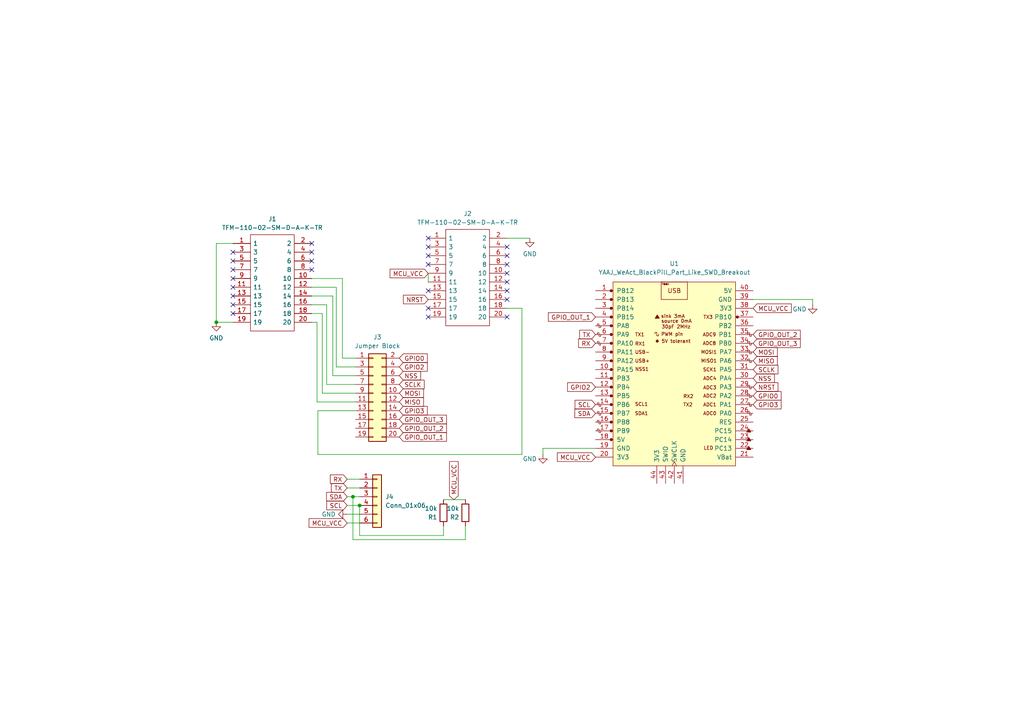
<source format=kicad_sch>
(kicad_sch (version 20211123) (generator eeschema)
  (paper "A4")
  (lib_symbols
    (symbol "Connector_Generic:Conn_01x06" (pin_names (offset 1.016) hide)
      (property "Reference" "J" (at 0 7.62 0))
      (property "Value" "Conn_01x06" (at 0 -10.16 0))
      (symbol "Conn_01x06_1_1"
        (rectangle (start -1.27 -7.493) (end 0 -7.747) (stroke (width 0.1524)))
        (rectangle (start -1.27 -4.953) (end 0 -5.207) (stroke (width 0.1524)))
        (rectangle (start -1.27 -2.413) (end 0 -2.667) (stroke (width 0.1524)))
        (rectangle (start -1.27 0.127) (end 0 -0.127) (stroke (width 0.1524)))
        (rectangle (start -1.27 2.667) (end 0 2.413) (stroke (width 0.1524)))
        (rectangle (start -1.27 5.207) (end 0 4.953) (stroke (width 0.1524)))
        (rectangle (start -1.27 6.35) (end 1.27 -8.89) (stroke (width 0.254)) (fill (type background)))
        (pin passive line (at -5.08 5.08 0) (length 3.81) (name "Pin_1") (number "1"))
        (pin passive line (at -5.08 2.54 0) (length 3.81) (name "Pin_2") (number "2"))
        (pin passive line (at -5.08 0 0) (length 3.81) (name "Pin_3") (number "3"))
        (pin passive line (at -5.08 -2.54 0) (length 3.81) (name "Pin_4") (number "4"))
        (pin passive line (at -5.08 -5.08 0) (length 3.81) (name "Pin_5") (number "5"))
        (pin passive line (at -5.08 -7.62 0) (length 3.81) (name "Pin_6") (number "6"))
      )
    )
    (symbol "Connector_Generic:Conn_02x10_Odd_Even" (pin_names (offset 1.016) hide)
      (property "Reference" "J" (at 1.27 12.7 0))
      (property "Value" "Conn_02x10_Odd_Even" (at 1.27 -15.24 0))
      (symbol "Conn_02x10_Odd_Even_1_1"
        (rectangle (start -1.27 -12.573) (end 0 -12.827) (stroke (width 0.1524)))
        (rectangle (start -1.27 -10.033) (end 0 -10.287) (stroke (width 0.1524)))
        (rectangle (start -1.27 -7.493) (end 0 -7.747) (stroke (width 0.1524)))
        (rectangle (start -1.27 -4.953) (end 0 -5.207) (stroke (width 0.1524)))
        (rectangle (start -1.27 -2.413) (end 0 -2.667) (stroke (width 0.1524)))
        (rectangle (start -1.27 0.127) (end 0 -0.127) (stroke (width 0.1524)))
        (rectangle (start -1.27 2.667) (end 0 2.413) (stroke (width 0.1524)))
        (rectangle (start -1.27 5.207) (end 0 4.953) (stroke (width 0.1524)))
        (rectangle (start -1.27 7.747) (end 0 7.493) (stroke (width 0.1524)))
        (rectangle (start -1.27 10.287) (end 0 10.033) (stroke (width 0.1524)))
        (rectangle (start -1.27 11.43) (end 3.81 -13.97) (stroke (width 0.254)) (fill (type background)))
        (rectangle (start 3.81 -12.573) (end 2.54 -12.827) (stroke (width 0.1524)))
        (rectangle (start 3.81 -10.033) (end 2.54 -10.287) (stroke (width 0.1524)))
        (rectangle (start 3.81 -7.493) (end 2.54 -7.747) (stroke (width 0.1524)))
        (rectangle (start 3.81 -4.953) (end 2.54 -5.207) (stroke (width 0.1524)))
        (rectangle (start 3.81 -2.413) (end 2.54 -2.667) (stroke (width 0.1524)))
        (rectangle (start 3.81 0.127) (end 2.54 -0.127) (stroke (width 0.1524)))
        (rectangle (start 3.81 2.667) (end 2.54 2.413) (stroke (width 0.1524)))
        (rectangle (start 3.81 5.207) (end 2.54 4.953) (stroke (width 0.1524)))
        (rectangle (start 3.81 7.747) (end 2.54 7.493) (stroke (width 0.1524)))
        (rectangle (start 3.81 10.287) (end 2.54 10.033) (stroke (width 0.1524)))
        (pin passive line (at -5.08 10.16 0) (length 3.81) (name "Pin_1") (number "1"))
        (pin passive line (at 7.62 0 180) (length 3.81) (name "Pin_10") (number "10"))
        (pin passive line (at -5.08 -2.54 0) (length 3.81) (name "Pin_11") (number "11"))
        (pin passive line (at 7.62 -2.54 180) (length 3.81) (name "Pin_12") (number "12"))
        (pin passive line (at -5.08 -5.08 0) (length 3.81) (name "Pin_13") (number "13"))
        (pin passive line (at 7.62 -5.08 180) (length 3.81) (name "Pin_14") (number "14"))
        (pin passive line (at -5.08 -7.62 0) (length 3.81) (name "Pin_15") (number "15"))
        (pin passive line (at 7.62 -7.62 180) (length 3.81) (name "Pin_16") (number "16"))
        (pin passive line (at -5.08 -10.16 0) (length 3.81) (name "Pin_17") (number "17"))
        (pin passive line (at 7.62 -10.16 180) (length 3.81) (name "Pin_18") (number "18"))
        (pin passive line (at -5.08 -12.7 0) (length 3.81) (name "Pin_19") (number "19"))
        (pin passive line (at 7.62 10.16 180) (length 3.81) (name "Pin_2") (number "2"))
        (pin passive line (at 7.62 -12.7 180) (length 3.81) (name "Pin_20") (number "20"))
        (pin passive line (at -5.08 7.62 0) (length 3.81) (name "Pin_3") (number "3"))
        (pin passive line (at 7.62 7.62 180) (length 3.81) (name "Pin_4") (number "4"))
        (pin passive line (at -5.08 5.08 0) (length 3.81) (name "Pin_5") (number "5"))
        (pin passive line (at 7.62 5.08 180) (length 3.81) (name "Pin_6") (number "6"))
        (pin passive line (at -5.08 2.54 0) (length 3.81) (name "Pin_7") (number "7"))
        (pin passive line (at 7.62 2.54 180) (length 3.81) (name "Pin_8") (number "8"))
        (pin passive line (at -5.08 0 0) (length 3.81) (name "Pin_9") (number "9"))
      )
    )
    (symbol "Device:R" (pin_numbers hide) (pin_names (offset 0))
      (property "Reference" "R" (at 2.032 0 90))
      (property "Value" "R" (at 0 0 90))
      (symbol "R_0_1"
        (rectangle (start -1.016 -2.54) (end 1.016 2.54) (stroke (width 0.254)))
      )
      (symbol "R_1_1"
        (pin passive line (at 0 3.81 270) (length 1.27) (name "~") (number "1"))
        (pin passive line (at 0 -3.81 90) (length 1.27) (name "~") (number "2"))
      )
    )
    (symbol "SamacSys_Parts:TFM-110-02-SM-D-A-K-TR" (pin_names (offset 0.762))
      (property "Reference" "J" (at 19.05 7.62 0))
      (property "Value" "TFM-110-02-SM-D-A-K-TR" (at 19.05 5.08 0))
      (symbol "TFM-110-02-SM-D-A-K-TR_0_0"
        (pin passive line (at 0 0 0) (length 5.08) (name "1") (number "1"))
        (pin passive line (at 22.86 -10.16 180) (length 5.08) (name "10") (number "10"))
        (pin passive line (at 0 -12.7 0) (length 5.08) (name "11") (number "11"))
        (pin passive line (at 22.86 -12.7 180) (length 5.08) (name "12") (number "12"))
        (pin passive line (at 0 -15.24 0) (length 5.08) (name "13") (number "13"))
        (pin passive line (at 22.86 -15.24 180) (length 5.08) (name "14") (number "14"))
        (pin passive line (at 0 -17.78 0) (length 5.08) (name "15") (number "15"))
        (pin passive line (at 22.86 -17.78 180) (length 5.08) (name "16") (number "16"))
        (pin passive line (at 0 -20.32 0) (length 5.08) (name "17") (number "17"))
        (pin passive line (at 22.86 -20.32 180) (length 5.08) (name "18") (number "18"))
        (pin passive line (at 0 -22.86 0) (length 5.08) (name "19") (number "19"))
        (pin passive line (at 22.86 0 180) (length 5.08) (name "2") (number "2"))
        (pin passive line (at 22.86 -22.86 180) (length 5.08) (name "20") (number "20"))
        (pin passive line (at 0 -2.54 0) (length 5.08) (name "3") (number "3"))
        (pin passive line (at 22.86 -2.54 180) (length 5.08) (name "4") (number "4"))
        (pin passive line (at 0 -5.08 0) (length 5.08) (name "5") (number "5"))
        (pin passive line (at 22.86 -5.08 180) (length 5.08) (name "6") (number "6"))
        (pin passive line (at 0 -7.62 0) (length 5.08) (name "7") (number "7"))
        (pin passive line (at 22.86 -7.62 180) (length 5.08) (name "8") (number "8"))
        (pin passive line (at 0 -10.16 0) (length 5.08) (name "9") (number "9"))
      )
      (symbol "TFM-110-02-SM-D-A-K-TR_0_1"
        (polyline (pts (xy 5.08 2.54) (xy 17.78 2.54) (xy 17.78 -25.4) (xy 5.08 -25.4) (xy 5.08 2.54)) (stroke (width 0.1524)))
      )
    )
    (symbol "YAAJ_WeAct_BlackPill_Part_Like_SWD_Breakout:YAAJ_WeAct_BlackPill_Part_Like_SWD_Breakout" (pin_names (offset 1.016))
      (property "Reference" "U" (at -17.526 27.94 0))
      (property "Value" "YAAJ_WeAct_BlackPill_Part_Like_SWD_Breakout" (at 9.144 27.94 0))
      (symbol "YAAJ_WeAct_BlackPill_Part_Like_SWD_Breakout_0_0"
        (circle (center -18.288 -20.32) (radius 0.3556) (fill (type outline)))
        (circle (center -18.288 -17.78) (radius 0.3556) (fill (type outline)))
        (circle (center -18.288 -15.24) (radius 0.3556) (fill (type outline)))
        (circle (center -18.288 -12.7) (radius 0.3556) (fill (type outline)))
        (circle (center -18.288 -10.16) (radius 0.3556) (fill (type outline)))
        (circle (center -18.288 -7.62) (radius 0.3556) (fill (type outline)))
        (circle (center -18.288 -5.08) (radius 0.3556) (fill (type outline)))
        (circle (center -18.288 -2.54) (radius 0.3556) (fill (type outline)))
        (circle (center -18.288 0) (radius 0.3556) (fill (type outline)))
        (circle (center -18.288 2.54) (radius 0.3556) (fill (type outline)))
        (circle (center -18.288 5.08) (radius 0.3556) (fill (type outline)))
        (circle (center -18.288 7.62) (radius 0.3556) (fill (type outline)))
        (circle (center -18.288 10.16) (radius 0.3556) (fill (type outline)))
        (circle (center -18.288 12.7) (radius 0.3556) (fill (type outline)))
        (circle (center -18.288 15.24) (radius 0.3556) (fill (type outline)))
        (circle (center -18.288 17.78) (radius 0.3556) (fill (type outline)))
        (circle (center -18.288 22.86) (radius 0.3556) (fill (type outline)))
        (circle (center -4.953 8.255) (radius 0.127) (fill (type outline)))
        (circle (center -4.953 8.255) (radius 0.254))
        (circle (center -4.953 8.255) (radius 0.3556))
        (polyline (pts (xy -5.588 14.859) (xy -4.953 15.875) (xy -4.318 14.859) (xy -5.588 14.859) (xy -4.953 15.748) (xy -4.445 14.859) (xy -5.461 14.986) (xy -4.953 15.621) (xy -4.572 14.859) (xy -5.334 15.113) (xy -4.826 15.494) (xy -4.699 14.859) (xy -5.207 15.24) (xy -4.699 15.367) (xy -4.826 14.986) (xy -5.08 15.24) (xy -4.826 15.113) (xy -4.953 15.367)))
        (polyline (pts (xy 20.955 -23.241) (xy 21.59 -22.225) (xy 22.225 -23.241) (xy 20.955 -23.241) (xy 21.59 -22.352) (xy 22.098 -23.241) (xy 21.082 -23.114) (xy 21.59 -22.479) (xy 21.971 -23.241) (xy 21.209 -22.987) (xy 21.717 -22.606) (xy 21.844 -23.241) (xy 21.336 -22.86) (xy 21.844 -22.733) (xy 21.717 -23.114) (xy 21.463 -22.86) (xy 21.717 -22.987) (xy 21.59 -22.733)))
        (polyline (pts (xy 20.955 -20.701) (xy 21.59 -19.685) (xy 22.225 -20.701) (xy 20.955 -20.701) (xy 21.59 -19.812) (xy 22.098 -20.701) (xy 21.082 -20.574) (xy 21.59 -19.939) (xy 21.971 -20.701) (xy 21.209 -20.447) (xy 21.717 -20.066) (xy 21.844 -20.701) (xy 21.336 -20.32) (xy 21.844 -20.193) (xy 21.717 -20.574) (xy 21.463 -20.32) (xy 21.717 -20.447) (xy 21.59 -20.193)))
        (polyline (pts (xy 20.955 -18.161) (xy 21.59 -17.145) (xy 22.225 -18.161) (xy 20.955 -18.161) (xy 21.59 -17.272) (xy 22.098 -18.161) (xy 21.082 -18.034) (xy 21.59 -17.399) (xy 21.971 -18.161) (xy 21.209 -17.907) (xy 21.717 -17.526) (xy 21.844 -18.161) (xy 21.336 -17.78) (xy 21.844 -17.653) (xy 21.717 -18.034) (xy 21.463 -17.78) (xy 21.717 -17.907) (xy 21.59 -17.653)))
        (circle (center 18.288 15.24) (radius 0.254) (fill (type outline)))
        (circle (center 18.288 15.24) (radius 0.3556))
        (text "30pF 2MHz" (at 0.508 12.446 0) (effects (font (size 0.9906 0.9906))))
        (text "5V tolerant" (at 0.508 8.255 0) (effects (font (size 0.9906 0.9906))))
        (text "ADC0" (at 10.287 -12.7 0) (effects (font (size 0.9906 0.9906))))
        (text "ADC1" (at 10.287 -10.16 0) (effects (font (size 0.9906 0.9906))))
        (text "ADC2" (at 10.287 -7.62 0) (effects (font (size 0.9906 0.9906))))
        (text "ADC3" (at 10.287 -5.207 0) (effects (font (size 0.9906 0.9906))))
        (text "ADC4" (at 10.287 -2.54 0) (effects (font (size 0.9906 0.9906))))
        (text "ADC8" (at 10.16 7.62 0) (effects (font (size 0.9906 0.9906))))
        (text "ADC9" (at 10.16 10.16 0) (effects (font (size 0.9906 0.9906))))
        (text "LED" (at 9.906 -22.733 0) (effects (font (size 0.9906 0.9906))))
        (text "MISO1" (at 10.033 2.54 0) (effects (font (size 0.9906 0.9906))))
        (text "MOSI1" (at 10.033 5.08 0) (effects (font (size 0.9906 0.9906))))
        (text "NSS1" (at -9.398 0.127 0) (effects (font (size 0.9906 0.9906))))
        (text "PWM pin" (at -0.635 10.287 0) (effects (font (size 0.9906 0.9906))))
        (text "RX1" (at -9.906 7.493 0) (effects (font (size 0.9906 0.9906))))
        (text "RX2" (at 4.064 -7.747 0) (effects (font (size 0.9906 0.9906))))
        (text "SCK1" (at 10.287 0 0) (effects (font (size 0.9906 0.9906))))
        (text "SCL1" (at -9.525 -10.033 0) (effects (font (size 0.9906 0.9906))))
        (text "SDA1" (at -9.525 -12.7 0) (effects (font (size 0.9906 0.9906))))
        (text "sink 3mA" (at -0.381 15.494 0) (effects (font (size 0.9906 0.9906))))
        (text "source 0mA" (at 0.635 14.097 0) (effects (font (size 0.9906 0.9906))))
        (text "TX1" (at -10.033 10.16 0) (effects (font (size 0.9906 0.9906))))
        (text "TX2" (at 3.937 -10.16 0) (effects (font (size 0.9906 0.9906))))
        (text "TX3" (at 9.779 15.24 0) (effects (font (size 0.9906 0.9906))))
        (text "USB" (at 0 22.86 0) (effects (font (size 1.27 1.27))))
        (text "USB+" (at -9.271 2.54 0) (effects (font (size 0.9906 0.9906))))
        (text "USB-" (at -9.271 5.08 0) (effects (font (size 0.9906 0.9906))))
        (text "Y@@J" (at -2.5654 24.8412 0) (effects (font (size 0.508 0.508))))
      )
      (symbol "YAAJ_WeAct_BlackPill_Part_Like_SWD_Breakout_0_1"
        (rectangle (start -17.78 25.4) (end 17.78 -27.94) (fill (type background)))
        (polyline (pts (xy -21.336 -17.78) (xy -21.336 -18.288) (xy -21.844 -18.288) (xy -21.844 -17.272) (xy -22.352 -17.272) (xy -22.352 -17.78)))
        (polyline (pts (xy -21.336 -15.24) (xy -21.336 -15.748) (xy -21.844 -15.748) (xy -21.844 -14.732) (xy -22.352 -14.732) (xy -22.352 -15.24)))
        (polyline (pts (xy -21.336 -12.7) (xy -21.336 -13.208) (xy -21.844 -13.208) (xy -21.844 -12.192) (xy -22.352 -12.192) (xy -22.352 -12.7)))
        (polyline (pts (xy -21.336 -10.16) (xy -21.336 -10.668) (xy -21.844 -10.668) (xy -21.844 -9.652) (xy -22.352 -9.652) (xy -22.352 -10.16)))
        (polyline (pts (xy -21.336 7.62) (xy -21.336 7.112) (xy -21.844 7.112) (xy -21.844 8.128) (xy -22.352 8.128) (xy -22.352 7.62)))
        (polyline (pts (xy -21.336 10.16) (xy -21.336 9.652) (xy -21.844 9.652) (xy -21.844 10.668) (xy -22.352 10.668) (xy -22.352 10.16)))
        (polyline (pts (xy -21.336 12.7) (xy -21.336 12.192) (xy -21.844 12.192) (xy -21.844 13.208) (xy -22.352 13.208) (xy -22.352 12.7)))
        (polyline (pts (xy -4.572 10.287) (xy -4.572 9.779) (xy -5.08 9.779) (xy -5.08 10.795) (xy -5.588 10.795) (xy -5.588 10.287)))
        (polyline (pts (xy 22.352 -12.7) (xy 22.352 -13.208) (xy 21.844 -13.208) (xy 21.844 -12.192) (xy 21.336 -12.192) (xy 21.336 -12.7)))
        (polyline (pts (xy 22.352 -10.16) (xy 22.352 -10.668) (xy 21.844 -10.668) (xy 21.844 -9.652) (xy 21.336 -9.652) (xy 21.336 -10.16)))
        (polyline (pts (xy 22.352 -7.62) (xy 22.352 -8.128) (xy 21.844 -8.128) (xy 21.844 -7.112) (xy 21.336 -7.112) (xy 21.336 -7.62)))
        (polyline (pts (xy 22.352 -5.08) (xy 22.352 -5.588) (xy 21.844 -5.588) (xy 21.844 -4.572) (xy 21.336 -4.572) (xy 21.336 -5.08)))
        (polyline (pts (xy 22.352 2.54) (xy 22.352 2.032) (xy 21.844 2.032) (xy 21.844 3.048) (xy 21.336 3.048) (xy 21.336 2.54)))
        (polyline (pts (xy 22.352 5.08) (xy 22.352 4.572) (xy 21.844 4.572) (xy 21.844 5.588) (xy 21.336 5.588) (xy 21.336 5.08)))
        (polyline (pts (xy 22.352 7.62) (xy 22.352 7.112) (xy 21.844 7.112) (xy 21.844 8.128) (xy 21.336 8.128) (xy 21.336 7.62)))
        (polyline (pts (xy 22.352 10.16) (xy 22.352 9.652) (xy 21.844 9.652) (xy 21.844 10.668) (xy 21.336 10.668) (xy 21.336 10.16)))
        (rectangle (start 3.81 25.4) (end -3.81 20.32))
      )
      (symbol "YAAJ_WeAct_BlackPill_Part_Like_SWD_Breakout_1_1"
        (circle (center -18.288 20.32) (radius 0.3556) (fill (type outline)))
        (pin bidirectional line (at -22.86 22.86 0) (length 5.08) (name "PB12") (number "1"))
        (pin bidirectional line (at -22.86 0 0) (length 5.08) (name "PA15") (number "10"))
        (pin bidirectional line (at -22.86 -2.54 0) (length 5.08) (name "PB3") (number "11"))
        (pin bidirectional line (at -22.86 -5.08 0) (length 5.08) (name "PB4") (number "12"))
        (pin bidirectional line (at -22.86 -7.62 0) (length 5.08) (name "PB5") (number "13"))
        (pin bidirectional line (at -22.86 -10.16 0) (length 5.08) (name "PB6") (number "14"))
        (pin bidirectional line (at -22.86 -12.7 0) (length 5.08) (name "PB7") (number "15"))
        (pin bidirectional line (at -22.86 -15.24 0) (length 5.08) (name "PB8") (number "16"))
        (pin bidirectional line (at -22.86 -17.78 0) (length 5.08) (name "PB9") (number "17"))
        (pin power_in line (at -22.86 -20.32 0) (length 5.08) (name "5V") (number "18"))
        (pin power_in line (at -22.86 -22.86 0) (length 5.08) (name "GND") (number "19"))
        (pin bidirectional line (at -22.86 20.32 0) (length 5.08) (name "PB13") (number "2"))
        (pin power_in line (at -22.86 -25.4 0) (length 5.08) (name "3V3") (number "20"))
        (pin power_in line (at 22.86 -25.4 180) (length 5.08) (name "VBat") (number "21"))
        (pin bidirectional line (at 22.86 -22.86 180) (length 5.08) (name "PC13") (number "22"))
        (pin bidirectional line (at 22.86 -20.32 180) (length 5.08) (name "PC14") (number "23"))
        (pin bidirectional line (at 22.86 -17.78 180) (length 5.08) (name "PC15") (number "24"))
        (pin input line (at 22.86 -15.24 180) (length 5.08) (name "RES") (number "25"))
        (pin bidirectional line (at 22.86 -12.7 180) (length 5.08) (name "PA0") (number "26"))
        (pin bidirectional line (at 22.86 -10.16 180) (length 5.08) (name "PA1") (number "27"))
        (pin bidirectional line (at 22.86 -7.62 180) (length 5.08) (name "PA2") (number "28"))
        (pin bidirectional line (at 22.86 -5.08 180) (length 5.08) (name "PA3") (number "29"))
        (pin bidirectional line (at -22.86 17.78 0) (length 5.08) (name "PB14") (number "3"))
        (pin bidirectional line (at 22.86 -2.54 180) (length 5.08) (name "PA4") (number "30"))
        (pin bidirectional line (at 22.86 0 180) (length 5.08) (name "PA5") (number "31"))
        (pin bidirectional line (at 22.86 2.54 180) (length 5.08) (name "PA6") (number "32"))
        (pin bidirectional line (at 22.86 5.08 180) (length 5.08) (name "PA7") (number "33"))
        (pin bidirectional line (at 22.86 7.62 180) (length 5.08) (name "PB0") (number "34"))
        (pin bidirectional line (at 22.86 10.16 180) (length 5.08) (name "PB1") (number "35"))
        (pin bidirectional line (at 22.86 12.7 180) (length 5.08) (name "PB2") (number "36"))
        (pin bidirectional line (at 22.86 15.24 180) (length 5.08) (name "PB10") (number "37"))
        (pin power_in line (at 22.86 17.78 180) (length 5.08) (name "3V3") (number "38"))
        (pin power_in line (at 22.86 20.32 180) (length 5.08) (name "GND") (number "39"))
        (pin bidirectional line (at -22.86 15.24 0) (length 5.08) (name "PB15") (number "4"))
        (pin power_in line (at 22.86 22.86 180) (length 5.08) (name "5V") (number "40"))
        (pin power_in line (at 2.54 -33.02 90) (length 5.08) (name "GND") (number "41"))
        (pin bidirectional clock (at 0 -33.02 90) (length 5.08) (name "SWCLK") (number "42"))
        (pin bidirectional line (at -2.54 -33.02 90) (length 5.08) (name "SWIO") (number "43"))
        (pin power_in line (at -5.08 -33.02 90) (length 5.08) (name "3V3") (number "44"))
        (pin bidirectional line (at -22.86 12.7 0) (length 5.08) (name "PA8") (number "5"))
        (pin bidirectional line (at -22.86 10.16 0) (length 5.08) (name "PA9") (number "6"))
        (pin bidirectional line (at -22.86 7.62 0) (length 5.08) (name "PA10") (number "7"))
        (pin bidirectional line (at -22.86 5.08 0) (length 5.08) (name "PA11") (number "8"))
        (pin bidirectional line (at -22.86 2.54 0) (length 5.08) (name "PA12") (number "9"))
      )
    )
    (symbol "power:GND" (power) (pin_names (offset 0))
      (property "Value" "GND" (at 0 -3.81 0))
      (symbol "GND_0_1"
        (polyline (pts (xy 0 0) (xy 0 -1.27) (xy 1.27 -1.27) (xy 0 -2.54) (xy -1.27 -1.27) (xy 0 -1.27)))
      )
      (symbol "GND_1_1"
        (pin power_in line (at 0 0 270) (length 0) hide (name "GND") (number "1"))
      )
    )
  )
  (junction (at 104.2924 146.6088))
  (junction (at 62.738 93.472))
  (junction (at 102.366 144.0688))
  (no_connect (at 147.066 79.248))
  (no_connect (at 147.066 76.708))
  (no_connect (at 147.066 74.168))
  (no_connect (at 147.066 71.628))
  (no_connect (at 147.066 84.328))
  (no_connect (at 147.066 81.788))
  (no_connect (at 90.424 70.612))
  (no_connect (at 90.424 73.152))
  (no_connect (at 90.424 75.692))
  (no_connect (at 90.424 78.232))
  (no_connect (at 67.564 73.152))
  (no_connect (at 67.564 75.692))
  (no_connect (at 67.564 78.232))
  (no_connect (at 67.564 80.772))
  (no_connect (at 67.564 83.312))
  (no_connect (at 67.564 85.852))
  (no_connect (at 67.564 88.392))
  (no_connect (at 67.564 90.932))
  (no_connect (at 124.206 84.328))
  (no_connect (at 124.206 89.408))
  (no_connect (at 124.206 91.948))
  (no_connect (at 147.066 91.948))
  (no_connect (at 124.206 69.088))
  (no_connect (at 124.206 71.628))
  (no_connect (at 124.206 74.168))
  (no_connect (at 124.206 76.708))
  (no_connect (at 147.066 86.868))
  (wire (pts (xy 90.424 93.472) (xy 91.948 93.472)))
  (wire (pts (xy 91.948 93.472) (xy 91.948 116.586)))
  (wire (pts (xy 147.066 69.088) (xy 153.67 69.088)))
  (wire (pts (xy 90.424 90.932) (xy 93.472 90.932)))
  (wire (pts (xy 92.202 131.826) (xy 92.202 119.126)))
  (wire (pts (xy 100.711 141.5288) (xy 104.2924 141.5288)))
  (wire (pts (xy 100.711 146.6088) (xy 104.2924 146.6088)))
  (wire (pts (xy 91.948 116.586) (xy 103.124 116.586)))
  (wire (pts (xy 147.066 89.408) (xy 151.384 89.408)))
  (wire (pts (xy 90.424 88.392) (xy 94.742 88.392)))
  (wire (pts (xy 97.536 106.426) (xy 103.124 106.426)))
  (wire (pts (xy 100.711 151.6888) (xy 104.2924 151.6888)))
  (wire (pts (xy 93.472 90.932) (xy 93.472 114.046)))
  (wire (pts (xy 62.738 70.612) (xy 62.738 93.472)))
  (wire (pts (xy 97.536 83.312) (xy 97.536 106.426)))
  (wire (pts (xy 90.424 80.772) (xy 99.314 80.772)))
  (wire (pts (xy 90.424 83.312) (xy 97.536 83.312)))
  (wire (pts (xy 235.712 86.868) (xy 218.44 86.868)))
  (wire (pts (xy 90.424 85.852) (xy 96.52 85.852)))
  (wire (pts (xy 67.564 70.612) (xy 62.738 70.612)))
  (wire (pts (xy 94.742 88.392) (xy 94.742 111.506)))
  (wire (pts (xy 134.9756 156.5148) (xy 134.9756 152.5524)))
  (wire (pts (xy 157.48 131.826) (xy 157.48 130.048)))
  (wire (pts (xy 99.314 80.772) (xy 99.314 103.886)))
  (wire (pts (xy 128.6256 144.9324) (xy 134.9756 144.9324)))
  (wire (pts (xy 99.314 103.886) (xy 103.124 103.886)))
  (wire (pts (xy 151.384 89.408) (xy 151.384 131.826)))
  (wire (pts (xy 96.52 108.966) (xy 103.124 108.966)))
  (wire (pts (xy 151.384 131.826) (xy 92.202 131.826)))
  (wire (pts (xy 124.206 79.248) (xy 124.206 81.788)))
  (wire (pts (xy 102.366 144.0688) (xy 104.2924 144.0688)))
  (wire (pts (xy 102.366 144.0688) (xy 102.366 156.5148)))
  (wire (pts (xy 92.202 119.126) (xy 103.124 119.126)))
  (wire (pts (xy 104.2924 155.321) (xy 128.6256 155.321)))
  (wire (pts (xy 62.738 93.472) (xy 67.564 93.472)))
  (wire (pts (xy 102.366 156.5148) (xy 134.9756 156.5148)))
  (wire (pts (xy 93.472 114.046) (xy 103.124 114.046)))
  (wire (pts (xy 100.711 149.1488) (xy 104.2924 149.1488)))
  (wire (pts (xy 100.711 138.9888) (xy 104.2924 138.9888)))
  (wire (pts (xy 104.2924 146.6088) (xy 104.2924 155.321)))
  (wire (pts (xy 157.48 130.048) (xy 172.72 130.048)))
  (wire (pts (xy 235.712 88.392) (xy 235.712 86.868)))
  (wire (pts (xy 96.52 85.852) (xy 96.52 108.966)))
  (wire (pts (xy 94.742 111.506) (xy 103.124 111.506)))
  (wire (pts (xy 100.711 144.0688) (xy 102.366 144.0688)))
  (wire (pts (xy 128.6256 155.321) (xy 128.6256 152.5524)))
  (global_label "SCLK" (shape input) (at 218.44 107.188 0) (property "Intersheet References" "${INTERSHEET_REFS}" (effects hide)))
  (global_label "SDA" (shape input) (at 100.711 144.0688 180) (property "Intersheet References" "${INTERSHEET_REFS}" (effects hide)))
  (global_label "GPIO_OUT_1" (shape input) (at 115.824 126.746 0) (property "Intersheet References" "${INTERSHEET_REFS}" (effects hide)))
  (global_label "TX" (shape input) (at 100.711 141.5288 180) (property "Intersheet References" "${INTERSHEET_REFS}" (effects hide)))
  (global_label "MOSI" (shape input) (at 115.824 114.046 0) (property "Intersheet References" "${INTERSHEET_REFS}" (effects hide)))
  (global_label "GPIO3" (shape input) (at 115.824 119.126 0) (property "Intersheet References" "${INTERSHEET_REFS}" (effects hide)))
  (global_label "MISO" (shape input) (at 115.824 116.586 0) (property "Intersheet References" "${INTERSHEET_REFS}" (effects hide)))
  (global_label "GPIO2" (shape input) (at 172.72 112.268 180) (property "Intersheet References" "${INTERSHEET_REFS}" (effects hide)))
  (global_label "GPIO_OUT_3" (shape input) (at 218.44 99.568 0) (property "Intersheet References" "${INTERSHEET_REFS}" (effects hide)))
  (global_label "NRST" (shape input) (at 124.206 86.868 180) (property "Intersheet References" "${INTERSHEET_REFS}" (effects hide)))
  (global_label "GPIO3" (shape input) (at 218.44 117.348 0) (property "Intersheet References" "${INTERSHEET_REFS}" (effects hide)))
  (global_label "NRST" (shape input) (at 218.44 112.268 0) (property "Intersheet References" "${INTERSHEET_REFS}" (effects hide)))
  (global_label "GPIO2" (shape input) (at 115.824 106.426 0) (property "Intersheet References" "${INTERSHEET_REFS}" (effects hide)))
  (global_label "GPIO_OUT_2" (shape input) (at 218.44 97.028 0) (property "Intersheet References" "${INTERSHEET_REFS}" (effects hide)))
  (global_label "GPIO_OUT_3" (shape input) (at 115.824 121.666 0) (property "Intersheet References" "${INTERSHEET_REFS}" (effects hide)))
  (global_label "MCU_VCC" (shape input) (at 172.72 132.588 180) (property "Intersheet References" "${INTERSHEET_REFS}" (effects hide)))
  (global_label "GPIO0" (shape input) (at 218.44 114.808 0) (property "Intersheet References" "${INTERSHEET_REFS}" (effects hide)))
  (global_label "MCU_VCC" (shape input) (at 100.711 151.6888 180) (property "Intersheet References" "${INTERSHEET_REFS}" (effects hide)))
  (global_label "SCL" (shape input) (at 172.72 117.348 180) (property "Intersheet References" "${INTERSHEET_REFS}" (effects hide)))
  (global_label "NSS" (shape input) (at 115.824 108.966 0) (property "Intersheet References" "${INTERSHEET_REFS}" (effects hide)))
  (global_label "MCU_VCC" (shape input) (at 124.206 79.3243 180) (property "Intersheet References" "${INTERSHEET_REFS}" (effects hide)))
  (global_label "SCLK" (shape input) (at 115.824 111.506 0) (property "Intersheet References" "${INTERSHEET_REFS}" (effects hide)))
  (global_label "SDA" (shape input) (at 172.72 119.888 180) (property "Intersheet References" "${INTERSHEET_REFS}" (effects hide)))
  (global_label "RX" (shape input) (at 100.711 138.9888 180) (property "Intersheet References" "${INTERSHEET_REFS}" (effects hide)))
  (global_label "MCU_VCC" (shape input) (at 218.44 89.408 0) (property "Intersheet References" "${INTERSHEET_REFS}" (effects hide)))
  (global_label "GPIO0" (shape input) (at 115.824 103.886 0) (property "Intersheet References" "${INTERSHEET_REFS}" (effects hide)))
  (global_label "NSS" (shape input) (at 218.44 109.728 0) (property "Intersheet References" "${INTERSHEET_REFS}" (effects hide)))
  (global_label "TX" (shape input) (at 172.72 97.028 180) (property "Intersheet References" "${INTERSHEET_REFS}" (effects hide)))
  (global_label "GPIO_OUT_1" (shape input) (at 172.72 91.948 180) (property "Intersheet References" "${INTERSHEET_REFS}" (effects hide)))
  (global_label "RX" (shape input) (at 172.72 99.568 180) (property "Intersheet References" "${INTERSHEET_REFS}" (effects hide)))
  (global_label "GPIO_OUT_2" (shape input) (at 115.824 124.206 0) (property "Intersheet References" "${INTERSHEET_REFS}" (effects hide)))
  (global_label "MOSI" (shape input) (at 218.44 102.108 0) (property "Intersheet References" "${INTERSHEET_REFS}" (effects hide)))
  (global_label "MISO" (shape input) (at 218.44 104.648 0) (property "Intersheet References" "${INTERSHEET_REFS}" (effects hide)))
  (global_label "MCU_VCC" (shape input) (at 131.6329 144.9324 90) (property "Intersheet References" "${INTERSHEET_REFS}" (effects hide)))
  (global_label "SCL" (shape input) (at 100.711 146.6088 180) (property "Intersheet References" "${INTERSHEET_REFS}" (effects hide)))
  (symbol (lib_id "power:GND") (at 153.67 69.088 0) (unit 1)
    (property "Reference" "#PWR0103" (effects hide))
    (property "Value" "GND" (at 153.67 73.66 0))
  )
  (symbol (lib_id "power:GND") (at 100.711 149.1488 270) (unit 1)
    (property "Reference" "#PWR0102" (effects hide))
    (property "Value" "GND" (at 95.3262 149.1742 90))
  )
  (symbol (lib_id "power:GND") (at 157.48 131.826 0) (unit 1)
    (property "Reference" "#PWR0108" (effects hide))
    (property "Value" "GND" (at 153.67 133.096 0))
  )
  (symbol (lib_id "power:GND") (at 235.712 88.392 0) (unit 1)
    (property "Reference" "#PWR0109" (effects hide))
    (property "Value" "GND" (at 231.902 89.662 0))
  )
  (symbol (lib_id "YAAJ_WeAct_BlackPill_Part_Like_SWD_Breakout:YAAJ_WeAct_BlackPill_Part_Like_SWD_Breakout") (at 195.58 107.188 0) (unit 1)
    (property "Reference" "U1" (at 195.58 76.454 0))
    (property "Value" "YAAJ_WeAct_BlackPill_Part_Like_SWD_Breakout" (at 195.58 78.994 0))
    (property "Footprint" "Kicad-STM32:YAAJ_WeAct_BlackPill_SWD_2" (effects hide))
  )
  (symbol (lib_id "Device:R") (at 128.6256 148.7424 180) (unit 1)
    (property "Reference" "R1" (at 126.8476 150.0125 0) (effects (justify left)))
    (property "Value" "10k" (at 126.8476 147.4725 0) (effects (justify left)))
    (property "Footprint" "Resistor_SMD:R_0402_1005Metric" (effects hide))
  )
  (symbol (lib_id "Device:R") (at 134.9756 148.7424 180) (unit 1)
    (property "Reference" "R2" (at 133.1976 150.0125 0) (effects (justify left)))
    (property "Value" "10k" (at 133.1976 147.4725 0) (effects (justify left)))
    (property "Footprint" "Resistor_SMD:R_0402_1005Metric" (effects hide))
  )
  (symbol (lib_id "Connector_Generic:Conn_02x10_Odd_Even") (at 108.204 114.046 0) (unit 1)
    (property "Reference" "J3" (at 109.474 97.79 0))
    (property "Value" "Jumper Block" (at 109.474 100.33 0))
    (property "Footprint" "Connector_PinHeader_2.54mm:PinHeader_2x10_P2.54mm_Vertical" (effects hide))
  )
  (symbol (lib_id "SamacSys_Parts:TFM-110-02-SM-D-A-K-TR") (at 124.206 69.088 0) (unit 1)
    (property "Reference" "J2" (at 135.636 61.976 0))
    (property "Value" "TFM-110-02-SM-D-A-K-TR" (at 135.636 64.516 0))
    (property "Footprint" "SamacSys_Parts:TFM-110-02-XXX-D-A-Y-TR" (effects hide))
    (property "Datasheet" "https://componentsearchengine.com/Datasheets/1/TFM-110-02-SM-D-A-K-TR.pdf" (effects hide))
    (property "Description" "20 Position, Dual Row, .050&quot; Tiger Eye&trade; High-Reliability Terminal Strip" (effects hide))
    (property "Height" "5.72" (effects hide))
    (property "Mouser Part Number" "200-TFM11002SMDAKTR" (effects hide))
    (property "Mouser Price/Stock" "https://www.mouser.com/Search/Refine.aspx?Keyword=200-TFM11002SMDAKTR" (effects hide))
    (property "Manufacturer_Name" "SAMTEC" (effects hide))
    (property "Manufacturer_Part_Number" "TFM-110-02-SM-D-A-K-TR" (effects hide))
  )
  (symbol (lib_id "Connector_Generic:Conn_01x06") (at 109.3724 144.0688 0) (unit 1)
    (property "Reference" "J4" (at 111.76 144.0687 0) (effects (justify left)))
    (property "Value" "Conn_01x06" (at 111.76 146.6087 0) (effects (justify left)))
    (property "Footprint" "Connector_PinHeader_2.54mm:PinHeader_1x06_P2.54mm_Vertical" (effects hide))
  )
  (symbol (lib_id "power:GND") (at 62.738 93.472 0) (unit 1)
    (property "Reference" "#PWR0101" (effects hide))
    (property "Value" "GND" (at 62.738 98.044 0))
  )
  (symbol (lib_id "SamacSys_Parts:TFM-110-02-SM-D-A-K-TR") (at 67.564 70.612 0) (unit 1)
    (property "Reference" "J1" (at 78.994 63.5 0))
    (property "Value" "TFM-110-02-SM-D-A-K-TR" (at 78.994 66.04 0))
    (property "Footprint" "SamacSys_Parts:TFM-110-02-XXX-D-A-Y-TR" (effects hide))
    (property "Datasheet" "https://componentsearchengine.com/Datasheets/1/TFM-110-02-SM-D-A-K-TR.pdf" (effects hide))
    (property "Description" "20 Position, Dual Row, .050&quot; Tiger Eye&trade; High-Reliability Terminal Strip" (effects hide))
    (property "Height" "5.72" (effects hide))
    (property "Mouser Part Number" "200-TFM11002SMDAKTR" (effects hide))
    (property "Mouser Price/Stock" "https://www.mouser.com/Search/Refine.aspx?Keyword=200-TFM11002SMDAKTR" (effects hide))
    (property "Manufacturer_Name" "SAMTEC" (effects hide))
    (property "Manufacturer_Part_Number" "TFM-110-02-SM-D-A-K-TR" (effects hide))
  )
)
</source>
